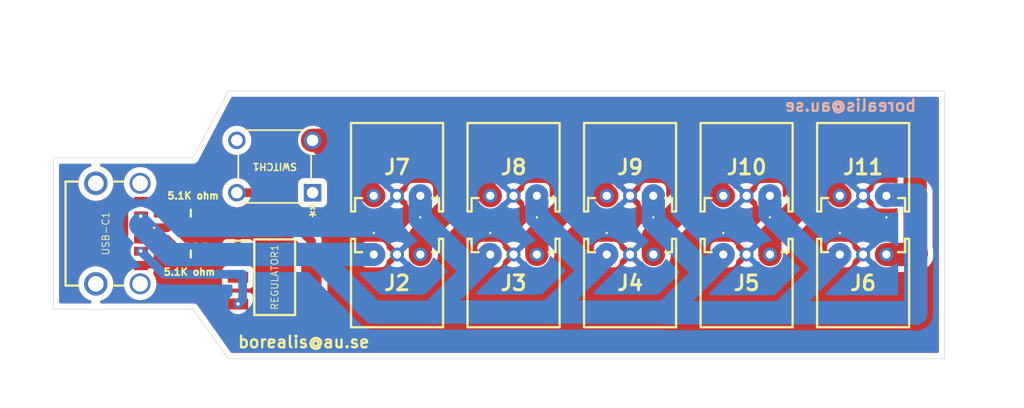
<source format=kicad_pcb>
(kicad_pcb (version 20241229) (generator "pcbnew") (generator_version "9.0")
  (layers (0 "F.Cu" signal) (2 "B.Cu" signal) (13 "F.Paste" user) (15 "B.Paste" user) (5 "F.SilkS" user "F.Silkscreen") (7 "B.SilkS" user "B.Silkscreen") (1 "F.Mask" user) (3 "B.Mask" user) (25 "Edge.Cuts" user))
  (net 0 "")
  (net 1 "/RESET")
  (net 2 "GND")
  (net 3 "+5V")
  (net 4 "Net-(USB-C1-CC2)")
  (net 5 "Net-(USB-C1-CC1)")
  (net 6 "Net-(REGULATOR1-OUTPUT_1)")
  (footprint "BOROR:S3BPHKSGW" (layer "F.Cu") (at 132.5 65.05 180)
    (property "Reference" "J3" (at -2 -2.45 0) (layer "F.SilkS") (effects (font (size 1.27 1.27) (thickness 0.254))))
    (property "Value" "S3B-PH-K-S-GW" (hide yes))
    (fp_line (start 1.95 1.35) (end 1.95 -6.25) (stroke (width 0.2)) (layer "F.SilkS"))
    (fp_line (start 1.95 -6.25) (end -5.95 -6.25) (stroke (width 0.2)) (layer "F.SilkS"))
    (fp_line (start 1.6 1.35) (end 1.95 1.35) (stroke (width 0.2)) (layer "F.SilkS"))
    (fp_line (start 1.6 0.2) (end 1.6 1.35) (stroke (width 0.2)) (layer "F.SilkS"))
    (fp_line (start 1 0.2) (end 1.6 0.2) (stroke (width 0.2)) (layer "F.SilkS"))
    (fp_line (start 0 1.9) (end 0 1.9) (stroke (width 0.1)) (layer "F.SilkS"))
    (fp_line (start 0 1.8) (end 0 1.8) (stroke (width 0.1)) (layer "F.SilkS"))
    (fp_line (start -5.6 1.35) (end -5.6 0.2) (stroke (width 0.2)) (layer "F.SilkS"))
    (fp_line (start -5.6 0.2) (end -5 0.2) (stroke (width 0.2)) (layer "F.SilkS"))
    (fp_line (start -5.95 1.35) (end -5.6 1.35) (stroke (width 0.2)) (layer "F.SilkS"))
    (fp_line (start -5.95 -6.25) (end -5.95 1.35) (stroke (width 0.2)) (layer "F.SilkS"))
    (fp_arc (start 0 1.9) (mid -0.05 1.85) (end 0 1.8) (stroke (width 0.1)) (layer "F.SilkS"))
    (fp_arc (start 0 1.8) (mid 0.05 1.85) (end 0 1.9) (stroke (width 0.1)) (layer "F.SilkS"))
    (pad "1" thru_hole rect (at 0 0 180) (size 1.2 1.2) (drill 0.7) (layers "*.Cu" "*.Mask") (net 3 "+5V"))
    (pad "2" thru_hole circle (at -2 0 180) (size 1.2 1.2) (drill 0.7) (layers "*.Cu" "*.Mask") (net 2 "GND"))
    (pad "3" thru_hole circle (at -4 0 180) (size 1.2 1.2) (drill 0.7) (layers "*.Cu" "*.Mask") (net 1 "/RESET"))
  )
  (footprint "BOROR:S3BPHKSGW" (layer "F.Cu") (at 156.5 60)
    (property "Reference" "J10" (at -2 -2.45 0) (layer "F.SilkS") (effects (font (size 1.27 1.27) (thickness 0.254))))
    (property "Value" "S3B-PH-K-S-GW" (hide yes))
    (fp_line (start -5.95 -6.25) (end -5.95 1.35) (stroke (width 0.2)) (layer "F.SilkS"))
    (fp_line (start -5.95 1.35) (end -5.6 1.35) (stroke (width 0.2)) (layer "F.SilkS"))
    (fp_line (start -5.6 0.2) (end -5 0.2) (stroke (width 0.2)) (layer "F.SilkS"))
    (fp_line (start -5.6 1.35) (end -5.6 0.2) (stroke (width 0.2)) (layer "F.SilkS"))
    (fp_line (start 0 1.8) (end 0 1.8) (stroke (width 0.1)) (layer "F.SilkS"))
    (fp_line (start 0 1.9) (end 0 1.9) (stroke (width 0.1)) (layer "F.SilkS"))
    (fp_line (start 1 0.2) (end 1.6 0.2) (stroke (width 0.2)) (layer "F.SilkS"))
    (fp_line (start 1.6 0.2) (end 1.6 1.35) (stroke (width 0.2)) (layer "F.SilkS"))
    (fp_line (start 1.6 1.35) (end 1.95 1.35) (stroke (width 0.2)) (layer "F.SilkS"))
    (fp_line (start 1.95 -6.25) (end -5.95 -6.25) (stroke (width 0.2)) (layer "F.SilkS"))
    (fp_line (start 1.95 1.35) (end 1.95 -6.25) (stroke (width 0.2)) (layer "F.SilkS"))
    (fp_arc (start 0 1.8) (mid 0.05 1.85) (end 0 1.9) (stroke (width 0.1)) (layer "F.SilkS"))
    (fp_arc (start 0 1.9) (mid -0.05 1.85) (end 0 1.8) (stroke (width 0.1)) (layer "F.SilkS"))
    (pad "1" thru_hole rect (at 0 0) (size 1.2 1.2) (drill 0.7) (layers "*.Cu" "*.Mask") (net 3 "+5V"))
    (pad "2" thru_hole circle (at -2 0) (size 1.2 1.2) (drill 0.7) (layers "*.Cu" "*.Mask") (net 2 "GND"))
    (pad "3" thru_hole circle (at -4 0) (size 1.2 1.2) (drill 0.7) (layers "*.Cu" "*.Mask") (net 1 "/RESET"))
  )
  (footprint "BOROR:SW4_1825910-D_TEC" (layer "F.Cu") (at 110.75 55.2394 180)
    (property "Reference" "SWITCH1" (at -3.25 -2.2606 180) (layer "F.SilkS") (effects (font (size 0.6 0.6) (thickness 0.125))))
    (property "Value" "1-1825910-4" (hide yes))
    (fp_line (start -0.1258 -1.074702) (end -0.1258 -3.425299) (stroke (width 0.1524)) (layer "F.SilkS"))
    (fp_line (start -0.63764 -5.374201) (end -5.442292 -5.374201) (stroke (width 0.1524)) (layer "F.SilkS"))
    (fp_line (start -5.86236 0.874199) (end -0.63764 0.874199) (stroke (width 0.1524)) (layer "F.SilkS"))
    (fp_line (start -6.3742 -3.417961) (end -6.3742 -1.074702) (stroke (width 0.1524)) (layer "F.SilkS"))
    (fp_text user "*" (at -6.5 -6.011301 180) (layer "F.SilkS"))
    (fp_text user "*" (at -6.5 -6.011301 0) (layer "F.SilkS"))
    (pad "1" thru_hole rect (at -6.500001 -4.500001 180) (size 1.4986 1.4986) (drill 0.9906) (layers "*.Cu" "*.Mask"))
    (pad "2" thru_hole circle (at 0 -4.500001 180) (size 1.4986 1.4986) (drill 0.9906) (layers "*.Cu" "*.Mask") (net 6 "Net-(REGULATOR1-OUTPUT_1)"))
    (pad "3" thru_hole circle (at -6.500001 0 180) (size 1.4986 1.4986) (drill 0.9906) (layers "*.Cu" "*.Mask") (net 1 "/RESET"))
    (pad "4" thru_hole circle (at 0 0 180) (size 1.4986 1.4986) (drill 0.9906) (layers "*.Cu" "*.Mask"))
  )
  (footprint "BOROR:RESC1608X55N" (layer "F.Cu") (at 106.8 65)
    (property "Reference" "R1" (hide yes))
    (property "Value" "CR0603-FX-5101ELF" (hide yes))
    (fp_line (start 0 -0.3) (end 0 0.3) (stroke (width 0.2)) (layer "F.SilkS"))
    (pad "1" smd rect (at -0.8 0) (size 0.9 0.95) (layers "F.Cu" "F.Mask" "F.Paste") (net 4 "Net-(USB-C1-CC2)"))
    (pad "2" smd rect (at 0.8 0) (size 0.9 0.95) (layers "F.Cu" "F.Mask" "F.Paste") (net 2 "GND"))
  )
  (footprint "BOROR:S3BPHKSGW" (layer "F.Cu") (at 162.5 65.05 180)
    (property "Reference" "J6" (at -2 -2.45 0) (layer "F.SilkS") (effects (font (size 1.27 1.27) (thickness 0.254))))
    (property "Value" "S3B-PH-K-S-GW" (hide yes))
    (fp_line (start 1.95 1.35) (end 1.95 -6.25) (stroke (width 0.2)) (layer "F.SilkS"))
    (fp_line (start 1.95 -6.25) (end -5.95 -6.25) (stroke (width 0.2)) (layer "F.SilkS"))
    (fp_line (start 1.6 1.35) (end 1.95 1.35) (stroke (width 0.2)) (layer "F.SilkS"))
    (fp_line (start 1.6 0.2) (end 1.6 1.35) (stroke (width 0.2)) (layer "F.SilkS"))
    (fp_line (start 1 0.2) (end 1.6 0.2) (stroke (width 0.2)) (layer "F.SilkS"))
    (fp_line (start 0 1.9) (end 0 1.9) (stroke (width 0.1)) (layer "F.SilkS"))
    (fp_line (start 0 1.8) (end 0 1.8) (stroke (width 0.1)) (layer "F.SilkS"))
    (fp_line (start -5.6 1.35) (end -5.6 0.2) (stroke (width 0.2)) (layer "F.SilkS"))
    (fp_line (start -5.6 0.2) (end -5 0.2) (stroke (width 0.2)) (layer "F.SilkS"))
    (fp_line (start -5.95 1.35) (end -5.6 1.35) (stroke (width 0.2)) (layer "F.SilkS"))
    (fp_line (start -5.95 -6.25) (end -5.95 1.35) (stroke (width 0.2)) (layer "F.SilkS"))
    (fp_arc (start 0 1.9) (mid -0.05 1.85) (end 0 1.8) (stroke (width 0.1)) (layer "F.SilkS"))
    (fp_arc (start 0 1.8) (mid 0.05 1.85) (end 0 1.9) (stroke (width 0.1)) (layer "F.SilkS"))
    (pad "1" thru_hole rect (at 0 0 180) (size 1.2 1.2) (drill 0.7) (layers "*.Cu" "*.Mask") (net 3 "+5V"))
    (pad "2" thru_hole circle (at -2 0 180) (size 1.2 1.2) (drill 0.7) (layers "*.Cu" "*.Mask") (net 2 "GND"))
    (pad "3" thru_hole circle (at -4 0 180) (size 1.2 1.2) (drill 0.7) (layers "*.Cu" "*.Mask") (net 1 "/RESET"))
  )
  (footprint "BOROR:S3BPHKSGW" (layer "F.Cu") (at 136.5 60)
    (property "Reference" "J8" (at -2 -2.45 0) (layer "F.SilkS") (effects (font (size 1.27 1.27) (thickness 0.254))))
    (property "Value" "S3B-PH-K-S-GW" (hide yes))
    (fp_line (start -5.95 -6.25) (end -5.95 1.35) (stroke (width 0.2)) (layer "F.SilkS"))
    (fp_line (start -5.95 1.35) (end -5.6 1.35) (stroke (width 0.2)) (layer "F.SilkS"))
    (fp_line (start -5.6 0.2) (end -5 0.2) (stroke (width 0.2)) (layer "F.SilkS"))
    (fp_line (start -5.6 1.35) (end -5.6 0.2) (stroke (width 0.2)) (layer "F.SilkS"))
    (fp_line (start 0 1.8) (end 0 1.8) (stroke (width 0.1)) (layer "F.SilkS"))
    (fp_line (start 0 1.9) (end 0 1.9) (stroke (width 0.1)) (layer "F.SilkS"))
    (fp_line (start 1 0.2) (end 1.6 0.2) (stroke (width 0.2)) (layer "F.SilkS"))
    (fp_line (start 1.6 0.2) (end 1.6 1.35) (stroke (width 0.2)) (layer "F.SilkS"))
    (fp_line (start 1.6 1.35) (end 1.95 1.35) (stroke (width 0.2)) (layer "F.SilkS"))
    (fp_line (start 1.95 -6.25) (end -5.95 -6.25) (stroke (width 0.2)) (layer "F.SilkS"))
    (fp_line (start 1.95 1.35) (end 1.95 -6.25) (stroke (width 0.2)) (layer "F.SilkS"))
    (fp_arc (start 0 1.8) (mid 0.05 1.85) (end 0 1.9) (stroke (width 0.1)) (layer "F.SilkS"))
    (fp_arc (start 0 1.9) (mid -0.05 1.85) (end 0 1.8) (stroke (width 0.1)) (layer "F.SilkS"))
    (pad "1" thru_hole rect (at 0 0) (size 1.2 1.2) (drill 0.7) (layers "*.Cu" "*.Mask") (net 3 "+5V"))
    (pad "2" thru_hole circle (at -2 0) (size 1.2 1.2) (drill 0.7) (layers "*.Cu" "*.Mask") (net 2 "GND"))
    (pad "3" thru_hole circle (at -4 0) (size 1.2 1.2) (drill 0.7) (layers "*.Cu" "*.Mask") (net 1 "/RESET"))
  )
  (footprint "BOROR:SOT230P700X180-4N" (layer "F.Cu") (at 114 67)
    (property "Reference" "REGULATOR1" (at 0 0 90) (layer "F.SilkS") (effects (font (size 0.6 0.6) (thickness 0.075))))
    (property "Value" "LMS8117AMP-3.3_NOPB" (hide yes))
    (fp_line (start -4.025 -3.125) (end -2.275 -3.125) (stroke (width 0.2)) (layer "F.SilkS"))
    (fp_line (start -1.75 -3.25) (end 1.75 -3.25) (stroke (width 0.2)) (layer "F.SilkS"))
    (fp_line (start -1.75 3.25) (end -1.75 -3.25) (stroke (width 0.2)) (layer "F.SilkS"))
    (fp_line (start 1.75 -3.25) (end 1.75 3.25) (stroke (width 0.2)) (layer "F.SilkS"))
    (fp_line (start 1.75 3.25) (end -1.75 3.25) (stroke (width 0.2)) (layer "F.SilkS"))
    (pad "1" smd rect (at -3.15 -2.3 90) (size 0.95 1.75) (layers "F.Cu" "F.Mask" "F.Paste") (net 2 "GND"))
    (pad "2" smd rect (at -3.15 0 90) (size 0.95 1.75) (layers "F.Cu" "F.Mask" "F.Paste") (net 6 "Net-(REGULATOR1-OUTPUT_1)"))
    (pad "3" smd rect (at -3.15 2.3 90) (size 0.95 1.75) (layers "F.Cu" "F.Mask" "F.Paste") (net 3 "+5V"))
    (pad "4" smd rect (at 3.15 0) (size 1.75 3.2) (layers "F.Cu" "F.Mask" "F.Paste") (net 6 "Net-(REGULATOR1-OUTPUT_1)"))
  )
  (footprint "BOROR:S3BPHKSGW" (layer "F.Cu") (at 142.5 65.05 180)
    (property "Reference" "J4" (at -2 -2.45 0) (layer "F.SilkS") (effects (font (size 1.27 1.27) (thickness 0.254))))
    (property "Value" "S3B-PH-K-S-GW" (hide yes))
    (fp_line (start 1.95 1.35) (end 1.95 -6.25) (stroke (width 0.2)) (layer "F.SilkS"))
    (fp_line (start 1.95 -6.25) (end -5.95 -6.25) (stroke (width 0.2)) (layer "F.SilkS"))
    (fp_line (start 1.6 1.35) (end 1.95 1.35) (stroke (width 0.2)) (layer "F.SilkS"))
    (fp_line (start 1.6 0.2) (end 1.6 1.35) (stroke (width 0.2)) (layer "F.SilkS"))
    (fp_line (start 1 0.2) (end 1.6 0.2) (stroke (width 0.2)) (layer "F.SilkS"))
    (fp_line (start 0 1.9) (end 0 1.9) (stroke (width 0.1)) (layer "F.SilkS"))
    (fp_line (start 0 1.8) (end 0 1.8) (stroke (width 0.1)) (layer "F.SilkS"))
    (fp_line (start -5.6 1.35) (end -5.6 0.2) (stroke (width 0.2)) (layer "F.SilkS"))
    (fp_line (start -5.6 0.2) (end -5 0.2) (stroke (width 0.2)) (layer "F.SilkS"))
    (fp_line (start -5.95 1.35) (end -5.6 1.35) (stroke (width 0.2)) (layer "F.SilkS"))
    (fp_line (start -5.95 -6.25) (end -5.95 1.35) (stroke (width 0.2)) (layer "F.SilkS"))
    (fp_arc (start 0 1.9) (mid -0.05 1.85) (end 0 1.8) (stroke (width 0.1)) (layer "F.SilkS"))
    (fp_arc (start 0 1.8) (mid 0.05 1.85) (end 0 1.9) (stroke (width 0.1)) (layer "F.SilkS"))
    (pad "1" thru_hole rect (at 0 0 180) (size 1.2 1.2) (drill 0.7) (layers "*.Cu" "*.Mask") (net 3 "+5V"))
    (pad "2" thru_hole circle (at -2 0 180) (size 1.2 1.2) (drill 0.7) (layers "*.Cu" "*.Mask") (net 2 "GND"))
    (pad "3" thru_hole circle (at -4 0 180) (size 1.2 1.2) (drill 0.7) (layers "*.Cu" "*.Mask") (net 1 "/RESET"))
  )
  (footprint "BOROR:RESC1608X55N" (layer "F.Cu") (at 106.8 61.5)
    (property "Reference" "R2" (hide yes))
    (property "Value" "CR0603-FX-5101ELF" (hide yes))
    (fp_line (start 0 -0.3) (end 0 0.3) (stroke (width 0.2)) (layer "F.SilkS"))
    (pad "1" smd rect (at -0.8 0) (size 0.9 0.95) (layers "F.Cu" "F.Mask" "F.Paste") (net 5 "Net-(USB-C1-CC1)"))
    (pad "2" smd rect (at 0.8 0) (size 0.9 0.95) (layers "F.Cu" "F.Mask" "F.Paste") (net 2 "GND"))
  )
  (footprint "BOROR:UJCHGSMT2P6TR" (layer "F.Cu") (at 99.5 63.25 -90)
    (property "Reference" "USB-C1" (at 0 0 90) (layer "F.SilkS") (effects (font (size 0.6 0.6) (thickness 0.075))))
    (property "Value" "UJC-H-G-SMT-2-P6-TR" (hide yes))
    (fp_line (start -4.47 3.45) (end -4.47 2.267) (stroke (width 0.2)) (layer "F.SilkS"))
    (fp_line (start 4.47 3.45) (end -4.47 3.45) (stroke (width 0.2)) (layer "F.SilkS"))
    (fp_line (start 4.47 2.267) (end 4.47 3.45) (stroke (width 0.2)) (layer "F.SilkS"))
    (fp_line (start -4.47 -1.533) (end -4.47 -0.733) (stroke (width 0.2)) (layer "F.SilkS"))
    (fp_line (start 4.47 -1.533) (end 4.47 -0.733) (stroke (width 0.2)) (layer "F.SilkS"))
    (fp_line (start -0.5 -4.1) (end -0.5 -4.1) (stroke (width 0.1)) (layer "F.SilkS"))
    (fp_line (start -0.5 -4.2) (end -0.5 -4.2) (stroke (width 0.1)) (layer "F.SilkS"))
    (fp_arc (start -0.5 -4.1) (mid -0.55 -4.15) (end -0.5 -4.2) (stroke (width 0.1)) (layer "F.SilkS"))
    (fp_arc (start -0.5 -4.2) (mid -0.45 -4.15) (end -0.5 -4.1) (stroke (width 0.1)) (layer "F.SilkS"))
    (pad "1" thru_hole circle (at -4.32 -2.95 270) (size 1.8 1.8) (drill 1.34) (layers "*.Cu" "*.Mask"))
    (pad "2" thru_hole circle (at 4.32 -2.95 270) (size 1.8 1.8) (drill 1.34) (layers "*.Cu" "*.Mask"))
    (pad "3" thru_hole circle (at -4.32 0.85 270) (size 2.01 2.01) (drill 1.34) (layers "*.Cu" "*.Mask"))
    (pad "4" thru_hole circle (at 4.32 0.85 270) (size 2.01 2.01) (drill 1.34) (layers "*.Cu" "*.Mask"))
    (pad "A5" smd rect (at -0.5 -3.03 270) (size 0.7 1.2) (layers "F.Cu" "F.Mask" "F.Paste") (net 5 "Net-(USB-C1-CC1)"))
    (pad "A9" smd rect (at 1.52 -3.03 270) (size 0.76 1.2) (layers "F.Cu" "F.Mask" "F.Paste") (net 3 "+5V"))
    (pad "A12" smd rect (at 2.75 -3.03 270) (size 0.8 1.2) (layers "F.Cu" "F.Mask" "F.Paste") (net 2 "GND"))
    (pad "B5" smd rect (at 0.5 -3.03 270) (size 0.7 1.2) (layers "F.Cu" "F.Mask" "F.Paste") (net 4 "Net-(USB-C1-CC2)"))
    (pad "B9" smd rect (at -1.52 -3.03 270) (size 0.76 1.2) (layers "F.Cu" "F.Mask" "F.Paste") (net 3 "+5V"))
    (pad "B12" smd rect (at -2.75 -3.03 270) (size 0.8 1.2) (layers "F.Cu" "F.Mask" "F.Paste") (net 2 "GND"))
  )
  (footprint "BOROR:S3BPHKSGW" (layer "F.Cu") (at 166.5 60)
    (property "Reference" "J11" (at -2 -2.45 0) (layer "F.SilkS") (effects (font (size 1.27 1.27) (thickness 0.254))))
    (property "Value" "S3B-PH-K-S-GW" (hide yes))
    (fp_line (start -5.95 -6.25) (end -5.95 1.35) (stroke (width 0.2)) (layer "F.SilkS"))
    (fp_line (start -5.95 1.35) (end -5.6 1.35) (stroke (width 0.2)) (layer "F.SilkS"))
    (fp_line (start -5.6 0.2) (end -5 0.2) (stroke (width 0.2)) (layer "F.SilkS"))
    (fp_line (start -5.6 1.35) (end -5.6 0.2) (stroke (width 0.2)) (layer "F.SilkS"))
    (fp_line (start 0 1.8) (end 0 1.8) (stroke (width 0.1)) (layer "F.SilkS"))
    (fp_line (start 0 1.9) (end 0 1.9) (stroke (width 0.1)) (layer "F.SilkS"))
    (fp_line (start 1 0.2) (end 1.6 0.2) (stroke (width 0.2)) (layer "F.SilkS"))
    (fp_line (start 1.6 0.2) (end 1.6 1.35) (stroke (width 0.2)) (layer "F.SilkS"))
    (fp_line (start 1.6 1.35) (end 1.95 1.35) (stroke (width 0.2)) (layer "F.SilkS"))
    (fp_line (start 1.95 -6.25) (end -5.95 -6.25) (stroke (width 0.2)) (layer "F.SilkS"))
    (fp_line (start 1.95 1.35) (end 1.95 -6.25) (stroke (width 0.2)) (layer "F.SilkS"))
    (fp_arc (start 0 1.8) (mid 0.05 1.85) (end 0 1.9) (stroke (width 0.1)) (layer "F.SilkS"))
    (fp_arc (start 0 1.9) (mid -0.05 1.85) (end 0 1.8) (stroke (width 0.1)) (layer "F.SilkS"))
    (pad "1" thru_hole rect (at 0 0) (size 1.2 1.2) (drill 0.7) (layers "*.Cu" "*.Mask") (net 3 "+5V"))
    (pad "2" thru_hole circle (at -2 0) (size 1.2 1.2) (drill 0.7) (layers "*.Cu" "*.Mask") (net 2 "GND"))
    (pad "3" thru_hole circle (at -4 0) (size 1.2 1.2) (drill 0.7) (layers "*.Cu" "*.Mask") (net 1 "/RESET"))
  )
  (footprint "BOROR:S3BPHKSGW" (layer "F.Cu") (at 146.5 60)
    (property "Reference" "J9" (at -2 -2.45 0) (layer "F.SilkS") (effects (font (size 1.27 1.27) (thickness 0.254))))
    (property "Value" "S3B-PH-K-S-GW" (hide yes))
    (fp_line (start -5.95 -6.25) (end -5.95 1.35) (stroke (width 0.2)) (layer "F.SilkS"))
    (fp_line (start -5.95 1.35) (end -5.6 1.35) (stroke (width 0.2)) (layer "F.SilkS"))
    (fp_line (start -5.6 0.2) (end -5 0.2) (stroke (width 0.2)) (layer "F.SilkS"))
    (fp_line (start -5.6 1.35) (end -5.6 0.2) (stroke (width 0.2)) (layer "F.SilkS"))
    (fp_line (start 0 1.8) (end 0 1.8) (stroke (width 0.1)) (layer "F.SilkS"))
    (fp_line (start 0 1.9) (end 0 1.9) (stroke (width 0.1)) (layer "F.SilkS"))
    (fp_line (start 1 0.2) (end 1.6 0.2) (stroke (width 0.2)) (layer "F.SilkS"))
    (fp_line (start 1.6 0.2) (end 1.6 1.35) (stroke (width 0.2)) (layer "F.SilkS"))
    (fp_line (start 1.6 1.35) (end 1.95 1.35) (stroke (width 0.2)) (layer "F.SilkS"))
    (fp_line (start 1.95 -6.25) (end -5.95 -6.25) (stroke (width 0.2)) (layer "F.SilkS"))
    (fp_line (start 1.95 1.35) (end 1.95 -6.25) (stroke (width 0.2)) (layer "F.SilkS"))
    (fp_arc (start 0 1.8) (mid 0.05 1.85) (end 0 1.9) (stroke (width 0.1)) (layer "F.SilkS"))
    (fp_arc (start 0 1.9) (mid -0.05 1.85) (end 0 1.8) (stroke (width 0.1)) (layer "F.SilkS"))
    (pad "1" thru_hole rect (at 0 0) (size 1.2 1.2) (drill 0.7) (layers "*.Cu" "*.Mask") (net 3 "+5V"))
    (pad "2" thru_hole circle (at -2 0) (size 1.2 1.2) (drill 0.7) (layers "*.Cu" "*.Mask") (net 2 "GND"))
    (pad "3" thru_hole circle (at -4 0) (size 1.2 1.2) (drill 0.7) (layers "*.Cu" "*.Mask") (net 1 "/RESET"))
  )
  (footprint "BOROR:S3BPHKSGW" (layer "F.Cu") (at 122.5 65.05 180)
    (property "Reference" "J2" (at -2 -2.45 0) (layer "F.SilkS") (effects (font (size 1.27 1.27) (thickness 0.254))))
    (property "Value" "S3B-PH-K-S-GW" (hide yes))
    (fp_line (start 1.95 1.35) (end 1.95 -6.25) (stroke (width 0.2)) (layer "F.SilkS"))
    (fp_line (start 1.95 -6.25) (end -5.95 -6.25) (stroke (width 0.2)) (layer "F.SilkS"))
    (fp_line (start 1.6 1.35) (end 1.95 1.35) (stroke (width 0.2)) (layer "F.SilkS"))
    (fp_line (start 1.6 0.2) (end 1.6 1.35) (stroke (width 0.2)) (layer "F.SilkS"))
    (fp_line (start 1 0.2) (end 1.6 0.2) (stroke (width 0.2)) (layer "F.SilkS"))
    (fp_line (start 0 1.9) (end 0 1.9) (stroke (width 0.1)) (layer "F.SilkS"))
    (fp_line (start 0 1.8) (end 0 1.8) (stroke (width 0.1)) (layer "F.SilkS"))
    (fp_line (start -5.6 1.35) (end -5.6 0.2) (stroke (width 0.2)) (layer "F.SilkS"))
    (fp_line (start -5.6 0.2) (end -5 0.2) (stroke (width 0.2)) (layer "F.SilkS"))
    (fp_line (start -5.95 1.35) (end -5.6 1.35) (stroke (width 0.2)) (layer "F.SilkS"))
    (fp_line (start -5.95 -6.25) (end -5.95 1.35) (stroke (width 0.2)) (layer "F.SilkS"))
    (fp_arc (start 0 1.9) (mid -0.05 1.85) (end 0 1.8) (stroke (width 0.1)) (layer "F.SilkS"))
    (fp_arc (start 0 1.8) (mid 0.05 1.85) (end 0 1.9) (stroke (width 0.1)) (layer "F.SilkS"))
    (pad "1" thru_hole rect (at 0 0 180) (size 1.2 1.2) (drill 0.7) (layers "*.Cu" "*.Mask") (net 3 "+5V"))
    (pad "2" thru_hole circle (at -2 0 180) (size 1.2 1.2) (drill 0.7) (layers "*.Cu" "*.Mask") (net 2 "GND"))
    (pad "3" thru_hole circle (at -4 0 180) (size 1.2 1.2) (drill 0.7) (layers "*.Cu" "*.Mask") (net 1 "/RESET"))
  )
  (footprint "BOROR:S3BPHKSGW" (layer "F.Cu") (at 126.5 60)
    (property "Reference" "J7" (at -2 -2.45 0) (layer "F.SilkS") (effects (font (size 1.27 1.27) (thickness 0.254))))
    (property "Value" "S3B-PH-K-S-GW" (hide yes))
    (fp_line (start -5.95 -6.25) (end -5.95 1.35) (stroke (width 0.2)) (layer "F.SilkS"))
    (fp_line (start -5.95 1.35) (end -5.6 1.35) (stroke (width 0.2)) (layer "F.SilkS"))
    (fp_line (start -5.6 0.2) (end -5 0.2) (stroke (width 0.2)) (layer "F.SilkS"))
    (fp_line (start -5.6 1.35) (end -5.6 0.2) (stroke (width 0.2)) (layer "F.SilkS"))
    (fp_line (start 0 1.8) (end 0 1.8) (stroke (width 0.1)) (layer "F.SilkS"))
    (fp_line (start 0 1.9) (end 0 1.9) (stroke (width 0.1)) (layer "F.SilkS"))
    (fp_line (start 1 0.2) (end 1.6 0.2) (stroke (width 0.2)) (layer "F.SilkS"))
    (fp_line (start 1.6 0.2) (end 1.6 1.35) (stroke (width 0.2)) (layer "F.SilkS"))
    (fp_line (start 1.6 1.35) (end 1.95 1.35) (stroke (width 0.2)) (layer "F.SilkS"))
    (fp_line (start 1.95 -6.25) (end -5.95 -6.25) (stroke (width 0.2)) (layer "F.SilkS"))
    (fp_line (start 1.95 1.35) (end 1.95 -6.25) (stroke (width 0.2)) (layer "F.SilkS"))
    (fp_arc (start 0 1.8) (mid 0.05 1.85) (end 0 1.9) (stroke (width 0.1)) (layer "F.SilkS"))
    (fp_arc (start 0 1.9) (mid -0.05 1.85) (end 0 1.8) (stroke (width 0.1)) (layer "F.SilkS"))
    (pad "1" thru_hole rect (at 0 0) (size 1.2 1.2) (drill 0.7) (layers "*.Cu" "*.Mask") (net 3 "+5V"))
    (pad "2" thru_hole circle (at -2 0) (size 1.2 1.2) (drill 0.7) (layers "*.Cu" "*.Mask") (net 2 "GND"))
    (pad "3" thru_hole circle (at -4 0) (size 1.2 1.2) (drill 0.7) (layers "*.Cu" "*.Mask") (net 1 "/RESET"))
  )
  (footprint "BOROR:S3BPHKSGW" (layer "F.Cu") (at 152.5 65.05 180)
    (property "Reference" "J5" (at -2 -2.45 0) (layer "F.SilkS") (effects (font (size 1.27 1.27) (thickness 0.254))))
    (property "Value" "S3B-PH-K-S-GW" (hide yes))
    (fp_line (start 1.95 1.35) (end 1.95 -6.25) (stroke (width 0.2)) (layer "F.SilkS"))
    (fp_line (start 1.95 -6.25) (end -5.95 -6.25) (stroke (width 0.2)) (layer "F.SilkS"))
    (fp_line (start 1.6 1.35) (end 1.95 1.35) (stroke (width 0.2)) (layer "F.SilkS"))
    (fp_line (start 1.6 0.2) (end 1.6 1.35) (stroke (width 0.2)) (layer "F.SilkS"))
    (fp_line (start 1 0.2) (end 1.6 0.2) (stroke (width 0.2)) (layer "F.SilkS"))
    (fp_line (start 0 1.9) (end 0 1.9) (stroke (width 0.1)) (layer "F.SilkS"))
    (fp_line (start 0 1.8) (end 0 1.8) (stroke (width 0.1)) (layer "F.SilkS"))
    (fp_line (start -5.6 1.35) (end -5.6 0.2) (stroke (width 0.2)) (layer "F.SilkS"))
    (fp_line (start -5.6 0.2) (end -5 0.2) (stroke (width 0.2)) (layer "F.SilkS"))
    (fp_line (start -5.95 1.35) (end -5.6 1.35) (stroke (width 0.2)) (layer "F.SilkS"))
    (fp_line (start -5.95 -6.25) (end -5.95 1.35) (stroke (width 0.2)) (layer "F.SilkS"))
    (fp_arc (start 0 1.9) (mid -0.05 1.85) (end 0 1.8) (stroke (width 0.1)) (layer "F.SilkS"))
    (fp_arc (start 0 1.8) (mid 0.05 1.85) (end 0 1.9) (stroke (width 0.1)) (layer "F.SilkS"))
    (pad "1" thru_hole rect (at 0 0 180) (size 1.2 1.2) (drill 0.7) (layers "*.Cu" "*.Mask") (net 3 "+5V"))
    (pad "2" thru_hole circle (at -2 0 180) (size 1.2 1.2) (drill 0.7) (layers "*.Cu" "*.Mask") (net 2 "GND"))
    (pad "3" thru_hole circle (at -4 0 180) (size 1.2 1.2) (drill 0.7) (layers "*.Cu" "*.Mask") (net 1 "/RESET"))
  )
  (gr_line (start 171.5 74) (end 110 74) (stroke (width 0.05)) (layer "Edge.Cuts"))
  (gr_line (start 171.5 51) (end 171.5 72) (stroke (width 0.05)) (layer "Edge.Cuts"))
  (gr_line (start 171.5 72) (end 171.5 74) (stroke (width 0.05)) (layer "Edge.Cuts"))
  (gr_line (start 107 69.75) (end 95 69.75) (stroke (width 0.05)) (layer "Edge.Cuts"))
  (gr_line (start 169.5 51) (end 171.5 51) (stroke (width 0.05)) (layer "Edge.Cuts"))
  (gr_line (start 110 51) (end 169.5 51) (stroke (width 0.05)) (layer "Edge.Cuts"))
  (gr_line (start 95 69.75) (end 95 56.75) (stroke (width 0.05)) (layer "Edge.Cuts"))
  (gr_line (start 95 56.75) (end 107 56.75) (stroke (width 0.05)) (layer "Edge.Cuts"))
  (gr_line (start 110 51) (end 107 56.75) (stroke (width 0.05)) (layer "Edge.Cuts"))
  (gr_line (start 110 74) (end 107 69.75) (stroke (width 0.05)) (layer "Edge.Cuts"))
  (gr_text "5.1K ohm" (at 106.68 66.548 0) (layer "F.SilkS") (effects (font (size 0.6 0.6))))
  (gr_text "5.1K ohm" (at 107 60 0) (layer "F.SilkS") (effects (font (size 0.6 0.6))))
  (gr_text "borealis@au.se" (at 110.744 73.152 0) (layer "F.SilkS") (effects (font (size 1 1) (thickness 0.2) (bold yes)) (justify left bottom)))
  (gr_text "borealis@au.se" (at 169.164 52.832 0) (layer "B.SilkS") (effects (font (size 1 1) (thickness 0.2) (bold yes)) (justify left bottom mirror)))
  (segment (start 127.7394 55.2394) (end 137.7394 55.2394) (width 2) (layer "F.Cu") (net 1))
  (segment (start 161.25 58.75) (end 162.5 60) (width 2) (layer "F.Cu") (net 1))
  (segment (start 146.5 65.05) (end 146.5 63.5) (width 2) (layer "F.Cu") (net 1))
  (segment (start 156.5 63.5) (end 161.25 58.75) (width 2) (layer "F.Cu") (net 1))
  (segment (start 168.9608 55.2704) (end 168.9608 64.8716) (width 2) (layer "F.Cu") (net 1))
  (segment (start 126.5 63.5) (end 131.25 58.75) (width 2) (layer "F.Cu") (net 1))
  (segment (start 152.5 60) (end 151.25 58.75) (width 2) (layer "F.Cu") (net 1))
  (segment (start 132.5 60) (end 131.25 58.75) (width 2) (layer "F.Cu") (net 1))
  (segment (start 151.25 58.75) (end 147.7394 55.2394) (width 2) (layer "F.Cu") (net 1))
  (segment (start 146.5 63.5) (end 151.25 58.75) (width 2) (layer "F.Cu") (net 1))
  (segment (start 137.7394 55.2394) (end 147.7394 55.2394) (width 2) (layer "F.Cu") (net 1))
  (segment (start 131.25 58.75) (end 127.7394 55.2394) (width 2) (layer "F.Cu") (net 1))
  (segment (start 117.7394 55.2394) (end 127.7394 55.2394) (width 2) (layer "F.Cu") (net 1))
  (segment (start 168.9298 55.2394) (end 168.9608 55.2704) (width 2) (layer "F.Cu") (net 1))
  (segment (start 126.5 65.05) (end 126.5 63.5) (width 2) (layer "F.Cu") (net 1))
  (segment (start 169.0624 64.9732) (end 168.9856 65.05) (width 2) (layer "F.Cu") (net 1))
  (segment (start 168.9856 65.05) (end 166.5 65.05) (width 2) (layer "F.Cu") (net 1))
  (segment (start 157.7394 55.2394) (end 168.9298 55.2394) (width 2) (layer "F.Cu") (net 1))
  (segment (start 117.250001 55.2394) (end 117.7394 55.2394) (width 2) (layer "F.Cu") (net 1))
  (segment (start 168.9608 64.8716) (end 169.0624 64.9732) (width 2) (layer "F.Cu") (net 1))
  (segment (start 136.5 65.05) (end 136.5 63.5) (width 2) (layer "F.Cu") (net 1))
  (segment (start 142.5 60) (end 141.25 58.75) (width 2) (layer "F.Cu") (net 1))
  (segment (start 122.5 60) (end 117.7394 55.2394) (width 2) (layer "F.Cu") (net 1))
  (segment (start 157.7394 55.2394) (end 161.25 58.75) (width 2) (layer "F.Cu") (net 1))
  (segment (start 136.5 63.5) (end 141.25 58.75) (width 2) (layer "F.Cu") (net 1))
  (segment (start 147.7394 55.2394) (end 157.7394 55.2394) (width 2) (layer "F.Cu") (net 1))
  (segment (start 141.25 58.75) (end 137.7394 55.2394) (width 2) (layer "F.Cu") (net 1))
  (segment (start 156.5 65.05) (end 156.5 63.5) (width 2) (layer "F.Cu") (net 1))
  (segment (start 102.52 64.77) (end 102.5 64.75) (width 0.75) (layer "F.Cu") (net 3))
  (segment (start 102.52 61.73) (end 102.5 61.75) (width 0.75) (layer "F.Cu") (net 3))
  (segment (start 102.53 61.73) (end 102.52 61.73) (width 0.75) (layer "F.Cu") (net 3))
  (segment (start 102.53 64.77) (end 102.52 64.77) (width 0.75) (layer "F.Cu") (net 3))
  (via (at 110.85 69.3) (size 0.6) (drill 0.3) (layers "F.Cu" "B.Cu") (net 3))
  (via (at 102.5 61.75) (size 0.6) (drill 0.3) (layers "F.Cu" "B.Cu") (net 3))
  (via (at 102.5 64.75) (size 0.6) (drill 0.3) (layers "F.Cu" "B.Cu") (net 3))
  (segment (start 150.939 66.611) (end 152.5 65.05) (width 2) (layer "B.Cu") (net 3))
  (segment (start 131.008 66.492) (end 132.45 65.05) (width 2) (layer "B.Cu") (net 3))
  (segment (start 111.25 68.9) (end 110.85 69.3) (width 0.75) (layer "B.Cu") (net 3))
  (segment (start 166.556 59.944) (end 166.5 60) (width 2) (layer "B.Cu") (net 3))
  (segment (start 141.113 66.437) (end 142.5 65.05) (width 2) (layer "B.Cu") (net 3))
  (segment (start 156.5 60) (end 156.5 61.504) (width 2) (layer "B.Cu") (net 3))
  (segment (start 132.45 65.05) (end 132.5 65.05) (width 2) (layer "B.Cu") (net 3))
  (segment (start 169.0116 70.104) (end 169.0116 59.944) (width 2) (layer "B.Cu") (net 3))
  (segment (start 105.05 65.05) (end 102.5 62.5) (width 2) (layer "B.Cu") (net 3))
  (segment (start 136.5 60) (end 136.5 61.824) (width 2) (layer "B.Cu") (net 3))
  (segment (start 109 66.75) (end 104.5 66.75) (width 0.75) (layer "B.Cu") (net 3))
  (segment (start 122.45 70) (end 127.5 70) (width 2) (layer "B.Cu") (net 3))
  (segment (start 156.5 61.504) (end 161.273 66.277) (width 2) (layer "B.Cu") (net 3))
  (segment (start 111.25 66.75) (end 111.25 68.9) (width 0.75) (layer "B.Cu") (net 3))
  (segment (start 127.5 70) (end 131.008 66.492) (width 2) (layer "B.Cu") (net 3))
  (segment (start 157.5 70.05) (end 168.9576 70.05) (width 2) (layer "B.Cu") (net 3))
  (segment (start 147.55 70) (end 147.6 70.05) (width 2) (layer "B.Cu") (net 3))
  (segment (start 146.5 60) (end 146.5 62.172) (width 2) (layer "B.Cu") (net 3))
  (segment (start 109 66.75) (end 111.25 66.75) (width 0.75) (layer "B.Cu") (net 3))
  (segment (start 127.5 70) (end 137.55 70) (width 2) (layer "B.Cu") (net 3))
  (segment (start 115 65.05) (end 115 65) (width 2) (layer "B.Cu") (net 3))
  (segment (start 161.273 66.277) (end 162.5 65.05) (width 2) (layer "B.Cu") (net 3))
  (segment (start 117.5 65.05) (end 122.5 65.05) (width 2) (layer "B.Cu") (net 3))
  (segment (start 126.5 60) (end 126.5 61.984) (width 2) (layer "B.Cu") (net 3))
  (segment (start 104.5 66.75) (end 102.5 64.75) (width 0.75) (layer "B.Cu") (net 3))
  (segment (start 137.55 70) (end 147.55 70) (width 2) (layer "B.Cu") (net 3))
  (segment (start 147.6 70.05) (end 157.5 70.05) (width 2) (layer "B.Cu") (net 3))
  (segment (start 168.9576 70.05) (end 169.0116 70.104) (width 2) (layer "B.Cu") (net 3))
  (segment (start 115 65.05) (end 117.5 65.05) (width 2) (layer "B.Cu") (net 3))
  (segment (start 137.55 70) (end 141.113 66.437) (width 2) (layer "B.Cu") (net 3))
  (segment (start 136.5 61.824) (end 141.113 66.437) (width 2) (layer "B.Cu") (net 3))
  (segment (start 105.05 65.05) (end 115 65.05) (width 2) (layer "B.Cu") (net 3))
  (segment (start 117.5 65.05) (end 122.45 70) (width 2) (layer "B.Cu") (net 3))
  (segment (start 157.5 70.05) (end 161.273 66.277) (width 2) (layer "B.Cu") (net 3))
  (segment (start 169.0116 59.944) (end 166.556 59.944) (width 2) (layer "B.Cu") (net 3))
  (segment (start 147.55 70) (end 150.939 66.611) (width 2) (layer "B.Cu") (net 3))
  (segment (start 146.5 62.172) (end 150.939 66.611) (width 2) (layer "B.Cu") (net 3))
  (segment (start 126.5 61.984) (end 131.008 66.492) (width 2) (layer "B.Cu") (net 3))
  (segment (start 102.53 63.75) (end 104.75 63.75) (width 0.75) (layer "F.Cu") (net 4))
  (segment (start 104.75 63.75) (end 106 65) (width 0.75) (layer "F.Cu") (net 4))
  (segment (start 102.53 62.75) (end 104.75 62.75) (width 0.75) (layer "F.Cu") (net 5))
  (segment (start 104.75 62.75) (end 106 61.5) (width 0.75) (layer "F.Cu") (net 5))
  (segment (start 112.989401 59.739401) (end 110.75 59.739401) (width 0.75) (layer "F.Cu") (net 6))
  (segment (start 117.15 63.9) (end 112.989401 59.739401) (width 0.75) (layer "F.Cu") (net 6))
  (segment (start 117.15 67) (end 117.15 63.9) (width 0.75) (layer "F.Cu") (net 6))
  (zone (net 2) (net_name "GND") (layers "F.Cu" "B.Cu") (connect_pads (clearance 0.5)) (min_thickness 0.25) (fill yes (thermal_gap 0.5) (thermal_bridge_width 0.5))
    (polygon (pts (xy 90.424 43.18) (xy 90.932 77.724) (xy 178.308 78.232) (xy 177.8 43.18)))
  )
)
</source>
